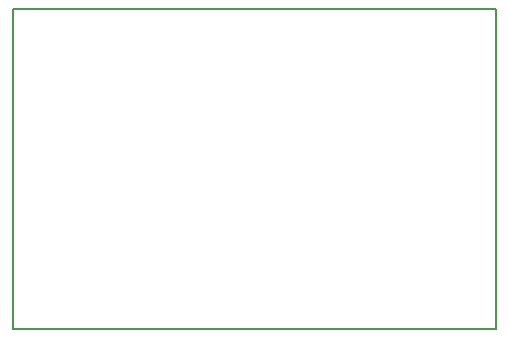
<source format=gko>
G04*
G04 #@! TF.GenerationSoftware,Altium Limited,Altium Designer,20.0.13 (296)*
G04*
G04 Layer_Color=16711935*
%FSLAX44Y44*%
%MOMM*%
G71*
G01*
G75*
%ADD11C,0.2000*%
D11*
X0Y270510D02*
X408940D01*
X408940Y0D02*
X408940Y270510D01*
X0Y0D02*
Y270510D01*
Y0D02*
X408940D01*
M02*

</source>
